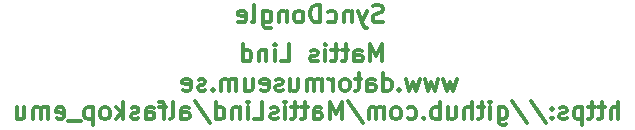
<source format=gbr>
G04 #@! TF.GenerationSoftware,KiCad,Pcbnew,5.0.2-bee76a0~70~ubuntu16.04.1*
G04 #@! TF.CreationDate,2022-01-23T08:06:22+01:00*
G04 #@! TF.ProjectId,SyncDongle,53796e63-446f-46e6-976c-652e6b696361,rev?*
G04 #@! TF.SameCoordinates,Original*
G04 #@! TF.FileFunction,Legend,Bot*
G04 #@! TF.FilePolarity,Positive*
%FSLAX46Y46*%
G04 Gerber Fmt 4.6, Leading zero omitted, Abs format (unit mm)*
G04 Created by KiCad (PCBNEW 5.0.2-bee76a0~70~ubuntu16.04.1) date sön 23 jan 2022 08:06:22*
%MOMM*%
%LPD*%
G01*
G04 APERTURE LIST*
%ADD10C,0.300000*%
G04 APERTURE END LIST*
D10*
X177102285Y-80180571D02*
X177102285Y-78680571D01*
X176459428Y-80180571D02*
X176459428Y-79394857D01*
X176530857Y-79252000D01*
X176673714Y-79180571D01*
X176888000Y-79180571D01*
X177030857Y-79252000D01*
X177102285Y-79323428D01*
X175959428Y-79180571D02*
X175388000Y-79180571D01*
X175745142Y-78680571D02*
X175745142Y-79966285D01*
X175673714Y-80109142D01*
X175530857Y-80180571D01*
X175388000Y-80180571D01*
X175102285Y-79180571D02*
X174530857Y-79180571D01*
X174888000Y-78680571D02*
X174888000Y-79966285D01*
X174816571Y-80109142D01*
X174673714Y-80180571D01*
X174530857Y-80180571D01*
X174030857Y-79180571D02*
X174030857Y-80680571D01*
X174030857Y-79252000D02*
X173888000Y-79180571D01*
X173602285Y-79180571D01*
X173459428Y-79252000D01*
X173388000Y-79323428D01*
X173316571Y-79466285D01*
X173316571Y-79894857D01*
X173388000Y-80037714D01*
X173459428Y-80109142D01*
X173602285Y-80180571D01*
X173888000Y-80180571D01*
X174030857Y-80109142D01*
X172745142Y-80109142D02*
X172602285Y-80180571D01*
X172316571Y-80180571D01*
X172173714Y-80109142D01*
X172102285Y-79966285D01*
X172102285Y-79894857D01*
X172173714Y-79752000D01*
X172316571Y-79680571D01*
X172530857Y-79680571D01*
X172673714Y-79609142D01*
X172745142Y-79466285D01*
X172745142Y-79394857D01*
X172673714Y-79252000D01*
X172530857Y-79180571D01*
X172316571Y-79180571D01*
X172173714Y-79252000D01*
X171459428Y-80037714D02*
X171388000Y-80109142D01*
X171459428Y-80180571D01*
X171530857Y-80109142D01*
X171459428Y-80037714D01*
X171459428Y-80180571D01*
X171459428Y-79252000D02*
X171388000Y-79323428D01*
X171459428Y-79394857D01*
X171530857Y-79323428D01*
X171459428Y-79252000D01*
X171459428Y-79394857D01*
X169673714Y-78609142D02*
X170959428Y-80537714D01*
X168102285Y-78609142D02*
X169388000Y-80537714D01*
X166959428Y-79180571D02*
X166959428Y-80394857D01*
X167030857Y-80537714D01*
X167102285Y-80609142D01*
X167245142Y-80680571D01*
X167459428Y-80680571D01*
X167602285Y-80609142D01*
X166959428Y-80109142D02*
X167102285Y-80180571D01*
X167388000Y-80180571D01*
X167530857Y-80109142D01*
X167602285Y-80037714D01*
X167673714Y-79894857D01*
X167673714Y-79466285D01*
X167602285Y-79323428D01*
X167530857Y-79252000D01*
X167388000Y-79180571D01*
X167102285Y-79180571D01*
X166959428Y-79252000D01*
X166245142Y-80180571D02*
X166245142Y-79180571D01*
X166245142Y-78680571D02*
X166316571Y-78752000D01*
X166245142Y-78823428D01*
X166173714Y-78752000D01*
X166245142Y-78680571D01*
X166245142Y-78823428D01*
X165745142Y-79180571D02*
X165173714Y-79180571D01*
X165530857Y-78680571D02*
X165530857Y-79966285D01*
X165459428Y-80109142D01*
X165316571Y-80180571D01*
X165173714Y-80180571D01*
X164673714Y-80180571D02*
X164673714Y-78680571D01*
X164030857Y-80180571D02*
X164030857Y-79394857D01*
X164102285Y-79252000D01*
X164245142Y-79180571D01*
X164459428Y-79180571D01*
X164602285Y-79252000D01*
X164673714Y-79323428D01*
X162673714Y-79180571D02*
X162673714Y-80180571D01*
X163316571Y-79180571D02*
X163316571Y-79966285D01*
X163245142Y-80109142D01*
X163102285Y-80180571D01*
X162888000Y-80180571D01*
X162745142Y-80109142D01*
X162673714Y-80037714D01*
X161959428Y-80180571D02*
X161959428Y-78680571D01*
X161959428Y-79252000D02*
X161816571Y-79180571D01*
X161530857Y-79180571D01*
X161388000Y-79252000D01*
X161316571Y-79323428D01*
X161245142Y-79466285D01*
X161245142Y-79894857D01*
X161316571Y-80037714D01*
X161388000Y-80109142D01*
X161530857Y-80180571D01*
X161816571Y-80180571D01*
X161959428Y-80109142D01*
X160602285Y-80037714D02*
X160530857Y-80109142D01*
X160602285Y-80180571D01*
X160673714Y-80109142D01*
X160602285Y-80037714D01*
X160602285Y-80180571D01*
X159245142Y-80109142D02*
X159387999Y-80180571D01*
X159673714Y-80180571D01*
X159816571Y-80109142D01*
X159887999Y-80037714D01*
X159959428Y-79894857D01*
X159959428Y-79466285D01*
X159887999Y-79323428D01*
X159816571Y-79252000D01*
X159673714Y-79180571D01*
X159387999Y-79180571D01*
X159245142Y-79252000D01*
X158387999Y-80180571D02*
X158530857Y-80109142D01*
X158602285Y-80037714D01*
X158673714Y-79894857D01*
X158673714Y-79466285D01*
X158602285Y-79323428D01*
X158530857Y-79252000D01*
X158387999Y-79180571D01*
X158173714Y-79180571D01*
X158030857Y-79252000D01*
X157959428Y-79323428D01*
X157887999Y-79466285D01*
X157887999Y-79894857D01*
X157959428Y-80037714D01*
X158030857Y-80109142D01*
X158173714Y-80180571D01*
X158387999Y-80180571D01*
X157245142Y-80180571D02*
X157245142Y-79180571D01*
X157245142Y-79323428D02*
X157173714Y-79252000D01*
X157030857Y-79180571D01*
X156816571Y-79180571D01*
X156673714Y-79252000D01*
X156602285Y-79394857D01*
X156602285Y-80180571D01*
X156602285Y-79394857D02*
X156530857Y-79252000D01*
X156387999Y-79180571D01*
X156173714Y-79180571D01*
X156030857Y-79252000D01*
X155959428Y-79394857D01*
X155959428Y-80180571D01*
X154173714Y-78609142D02*
X155459428Y-80537714D01*
X153673714Y-80180571D02*
X153673714Y-78680571D01*
X153173714Y-79752000D01*
X152673714Y-78680571D01*
X152673714Y-80180571D01*
X151316571Y-80180571D02*
X151316571Y-79394857D01*
X151387999Y-79252000D01*
X151530857Y-79180571D01*
X151816571Y-79180571D01*
X151959428Y-79252000D01*
X151316571Y-80109142D02*
X151459428Y-80180571D01*
X151816571Y-80180571D01*
X151959428Y-80109142D01*
X152030857Y-79966285D01*
X152030857Y-79823428D01*
X151959428Y-79680571D01*
X151816571Y-79609142D01*
X151459428Y-79609142D01*
X151316571Y-79537714D01*
X150816571Y-79180571D02*
X150245142Y-79180571D01*
X150602285Y-78680571D02*
X150602285Y-79966285D01*
X150530857Y-80109142D01*
X150387999Y-80180571D01*
X150245142Y-80180571D01*
X149959428Y-79180571D02*
X149387999Y-79180571D01*
X149745142Y-78680571D02*
X149745142Y-79966285D01*
X149673714Y-80109142D01*
X149530857Y-80180571D01*
X149387999Y-80180571D01*
X148887999Y-80180571D02*
X148887999Y-79180571D01*
X148887999Y-78680571D02*
X148959428Y-78752000D01*
X148887999Y-78823428D01*
X148816571Y-78752000D01*
X148887999Y-78680571D01*
X148887999Y-78823428D01*
X148245142Y-80109142D02*
X148102285Y-80180571D01*
X147816571Y-80180571D01*
X147673714Y-80109142D01*
X147602285Y-79966285D01*
X147602285Y-79894857D01*
X147673714Y-79752000D01*
X147816571Y-79680571D01*
X148030857Y-79680571D01*
X148173714Y-79609142D01*
X148245142Y-79466285D01*
X148245142Y-79394857D01*
X148173714Y-79252000D01*
X148030857Y-79180571D01*
X147816571Y-79180571D01*
X147673714Y-79252000D01*
X146245142Y-80180571D02*
X146959428Y-80180571D01*
X146959428Y-78680571D01*
X145745142Y-80180571D02*
X145745142Y-79180571D01*
X145745142Y-78680571D02*
X145816571Y-78752000D01*
X145745142Y-78823428D01*
X145673714Y-78752000D01*
X145745142Y-78680571D01*
X145745142Y-78823428D01*
X145030857Y-79180571D02*
X145030857Y-80180571D01*
X145030857Y-79323428D02*
X144959428Y-79252000D01*
X144816571Y-79180571D01*
X144602285Y-79180571D01*
X144459428Y-79252000D01*
X144387999Y-79394857D01*
X144387999Y-80180571D01*
X143030857Y-80180571D02*
X143030857Y-78680571D01*
X143030857Y-80109142D02*
X143173714Y-80180571D01*
X143459428Y-80180571D01*
X143602285Y-80109142D01*
X143673714Y-80037714D01*
X143745142Y-79894857D01*
X143745142Y-79466285D01*
X143673714Y-79323428D01*
X143602285Y-79252000D01*
X143459428Y-79180571D01*
X143173714Y-79180571D01*
X143030857Y-79252000D01*
X141245142Y-78609142D02*
X142530857Y-80537714D01*
X140102285Y-80180571D02*
X140102285Y-79394857D01*
X140173714Y-79252000D01*
X140316571Y-79180571D01*
X140602285Y-79180571D01*
X140745142Y-79252000D01*
X140102285Y-80109142D02*
X140245142Y-80180571D01*
X140602285Y-80180571D01*
X140745142Y-80109142D01*
X140816571Y-79966285D01*
X140816571Y-79823428D01*
X140745142Y-79680571D01*
X140602285Y-79609142D01*
X140245142Y-79609142D01*
X140102285Y-79537714D01*
X139173714Y-80180571D02*
X139316571Y-80109142D01*
X139387999Y-79966285D01*
X139387999Y-78680571D01*
X138816571Y-79180571D02*
X138245142Y-79180571D01*
X138602285Y-80180571D02*
X138602285Y-78894857D01*
X138530857Y-78752000D01*
X138387999Y-78680571D01*
X138245142Y-78680571D01*
X137102285Y-80180571D02*
X137102285Y-79394857D01*
X137173714Y-79252000D01*
X137316571Y-79180571D01*
X137602285Y-79180571D01*
X137745142Y-79252000D01*
X137102285Y-80109142D02*
X137245142Y-80180571D01*
X137602285Y-80180571D01*
X137745142Y-80109142D01*
X137816571Y-79966285D01*
X137816571Y-79823428D01*
X137745142Y-79680571D01*
X137602285Y-79609142D01*
X137245142Y-79609142D01*
X137102285Y-79537714D01*
X136459428Y-80109142D02*
X136316571Y-80180571D01*
X136030857Y-80180571D01*
X135887999Y-80109142D01*
X135816571Y-79966285D01*
X135816571Y-79894857D01*
X135887999Y-79752000D01*
X136030857Y-79680571D01*
X136245142Y-79680571D01*
X136387999Y-79609142D01*
X136459428Y-79466285D01*
X136459428Y-79394857D01*
X136387999Y-79252000D01*
X136245142Y-79180571D01*
X136030857Y-79180571D01*
X135887999Y-79252000D01*
X135173714Y-80180571D02*
X135173714Y-78680571D01*
X135030857Y-79609142D02*
X134602285Y-80180571D01*
X134602285Y-79180571D02*
X135173714Y-79752000D01*
X133745142Y-80180571D02*
X133887999Y-80109142D01*
X133959428Y-80037714D01*
X134030857Y-79894857D01*
X134030857Y-79466285D01*
X133959428Y-79323428D01*
X133887999Y-79252000D01*
X133745142Y-79180571D01*
X133530857Y-79180571D01*
X133387999Y-79252000D01*
X133316571Y-79323428D01*
X133245142Y-79466285D01*
X133245142Y-79894857D01*
X133316571Y-80037714D01*
X133387999Y-80109142D01*
X133530857Y-80180571D01*
X133745142Y-80180571D01*
X132602285Y-79180571D02*
X132602285Y-80680571D01*
X132602285Y-79252000D02*
X132459428Y-79180571D01*
X132173714Y-79180571D01*
X132030857Y-79252000D01*
X131959428Y-79323428D01*
X131887999Y-79466285D01*
X131887999Y-79894857D01*
X131959428Y-80037714D01*
X132030857Y-80109142D01*
X132173714Y-80180571D01*
X132459428Y-80180571D01*
X132602285Y-80109142D01*
X131602285Y-80323428D02*
X130459428Y-80323428D01*
X129530857Y-80109142D02*
X129673714Y-80180571D01*
X129959428Y-80180571D01*
X130102285Y-80109142D01*
X130173714Y-79966285D01*
X130173714Y-79394857D01*
X130102285Y-79252000D01*
X129959428Y-79180571D01*
X129673714Y-79180571D01*
X129530857Y-79252000D01*
X129459428Y-79394857D01*
X129459428Y-79537714D01*
X130173714Y-79680571D01*
X128816571Y-80180571D02*
X128816571Y-79180571D01*
X128816571Y-79323428D02*
X128745142Y-79252000D01*
X128602285Y-79180571D01*
X128387999Y-79180571D01*
X128245142Y-79252000D01*
X128173714Y-79394857D01*
X128173714Y-80180571D01*
X128173714Y-79394857D02*
X128102285Y-79252000D01*
X127959428Y-79180571D01*
X127745142Y-79180571D01*
X127602285Y-79252000D01*
X127530857Y-79394857D01*
X127530857Y-80180571D01*
X126173714Y-79180571D02*
X126173714Y-80180571D01*
X126816571Y-79180571D02*
X126816571Y-79966285D01*
X126745142Y-80109142D01*
X126602285Y-80180571D01*
X126387999Y-80180571D01*
X126245142Y-80109142D01*
X126173714Y-80037714D01*
X163407857Y-76767571D02*
X163122142Y-77767571D01*
X162836428Y-77053285D01*
X162550714Y-77767571D01*
X162265000Y-76767571D01*
X161836428Y-76767571D02*
X161550714Y-77767571D01*
X161265000Y-77053285D01*
X160979285Y-77767571D01*
X160693571Y-76767571D01*
X160265000Y-76767571D02*
X159979285Y-77767571D01*
X159693571Y-77053285D01*
X159407857Y-77767571D01*
X159122142Y-76767571D01*
X158550714Y-77624714D02*
X158479285Y-77696142D01*
X158550714Y-77767571D01*
X158622142Y-77696142D01*
X158550714Y-77624714D01*
X158550714Y-77767571D01*
X157193571Y-77767571D02*
X157193571Y-76267571D01*
X157193571Y-77696142D02*
X157336428Y-77767571D01*
X157622142Y-77767571D01*
X157765000Y-77696142D01*
X157836428Y-77624714D01*
X157907857Y-77481857D01*
X157907857Y-77053285D01*
X157836428Y-76910428D01*
X157765000Y-76839000D01*
X157622142Y-76767571D01*
X157336428Y-76767571D01*
X157193571Y-76839000D01*
X155836428Y-77767571D02*
X155836428Y-76981857D01*
X155907857Y-76839000D01*
X156050714Y-76767571D01*
X156336428Y-76767571D01*
X156479285Y-76839000D01*
X155836428Y-77696142D02*
X155979285Y-77767571D01*
X156336428Y-77767571D01*
X156479285Y-77696142D01*
X156550714Y-77553285D01*
X156550714Y-77410428D01*
X156479285Y-77267571D01*
X156336428Y-77196142D01*
X155979285Y-77196142D01*
X155836428Y-77124714D01*
X155336428Y-76767571D02*
X154765000Y-76767571D01*
X155122142Y-76267571D02*
X155122142Y-77553285D01*
X155050714Y-77696142D01*
X154907857Y-77767571D01*
X154765000Y-77767571D01*
X154050714Y-77767571D02*
X154193571Y-77696142D01*
X154265000Y-77624714D01*
X154336428Y-77481857D01*
X154336428Y-77053285D01*
X154265000Y-76910428D01*
X154193571Y-76839000D01*
X154050714Y-76767571D01*
X153836428Y-76767571D01*
X153693571Y-76839000D01*
X153622142Y-76910428D01*
X153550714Y-77053285D01*
X153550714Y-77481857D01*
X153622142Y-77624714D01*
X153693571Y-77696142D01*
X153836428Y-77767571D01*
X154050714Y-77767571D01*
X152907857Y-77767571D02*
X152907857Y-76767571D01*
X152907857Y-77053285D02*
X152836428Y-76910428D01*
X152765000Y-76839000D01*
X152622142Y-76767571D01*
X152479285Y-76767571D01*
X151979285Y-77767571D02*
X151979285Y-76767571D01*
X151979285Y-76910428D02*
X151907857Y-76839000D01*
X151765000Y-76767571D01*
X151550714Y-76767571D01*
X151407857Y-76839000D01*
X151336428Y-76981857D01*
X151336428Y-77767571D01*
X151336428Y-76981857D02*
X151265000Y-76839000D01*
X151122142Y-76767571D01*
X150907857Y-76767571D01*
X150765000Y-76839000D01*
X150693571Y-76981857D01*
X150693571Y-77767571D01*
X149336428Y-76767571D02*
X149336428Y-77767571D01*
X149979285Y-76767571D02*
X149979285Y-77553285D01*
X149907857Y-77696142D01*
X149765000Y-77767571D01*
X149550714Y-77767571D01*
X149407857Y-77696142D01*
X149336428Y-77624714D01*
X148693571Y-77696142D02*
X148550714Y-77767571D01*
X148265000Y-77767571D01*
X148122142Y-77696142D01*
X148050714Y-77553285D01*
X148050714Y-77481857D01*
X148122142Y-77339000D01*
X148265000Y-77267571D01*
X148479285Y-77267571D01*
X148622142Y-77196142D01*
X148693571Y-77053285D01*
X148693571Y-76981857D01*
X148622142Y-76839000D01*
X148479285Y-76767571D01*
X148265000Y-76767571D01*
X148122142Y-76839000D01*
X146836428Y-77696142D02*
X146979285Y-77767571D01*
X147265000Y-77767571D01*
X147407857Y-77696142D01*
X147479285Y-77553285D01*
X147479285Y-76981857D01*
X147407857Y-76839000D01*
X147265000Y-76767571D01*
X146979285Y-76767571D01*
X146836428Y-76839000D01*
X146765000Y-76981857D01*
X146765000Y-77124714D01*
X147479285Y-77267571D01*
X145479285Y-76767571D02*
X145479285Y-77767571D01*
X146122142Y-76767571D02*
X146122142Y-77553285D01*
X146050714Y-77696142D01*
X145907857Y-77767571D01*
X145693571Y-77767571D01*
X145550714Y-77696142D01*
X145479285Y-77624714D01*
X144765000Y-77767571D02*
X144765000Y-76767571D01*
X144765000Y-76910428D02*
X144693571Y-76839000D01*
X144550714Y-76767571D01*
X144336428Y-76767571D01*
X144193571Y-76839000D01*
X144122142Y-76981857D01*
X144122142Y-77767571D01*
X144122142Y-76981857D02*
X144050714Y-76839000D01*
X143907857Y-76767571D01*
X143693571Y-76767571D01*
X143550714Y-76839000D01*
X143479285Y-76981857D01*
X143479285Y-77767571D01*
X142765000Y-77624714D02*
X142693571Y-77696142D01*
X142765000Y-77767571D01*
X142836428Y-77696142D01*
X142765000Y-77624714D01*
X142765000Y-77767571D01*
X142122142Y-77696142D02*
X141979285Y-77767571D01*
X141693571Y-77767571D01*
X141550714Y-77696142D01*
X141479285Y-77553285D01*
X141479285Y-77481857D01*
X141550714Y-77339000D01*
X141693571Y-77267571D01*
X141907857Y-77267571D01*
X142050714Y-77196142D01*
X142122142Y-77053285D01*
X142122142Y-76981857D01*
X142050714Y-76839000D01*
X141907857Y-76767571D01*
X141693571Y-76767571D01*
X141550714Y-76839000D01*
X140265000Y-77696142D02*
X140407857Y-77767571D01*
X140693571Y-77767571D01*
X140836428Y-77696142D01*
X140907857Y-77553285D01*
X140907857Y-76981857D01*
X140836428Y-76839000D01*
X140693571Y-76767571D01*
X140407857Y-76767571D01*
X140265000Y-76839000D01*
X140193571Y-76981857D01*
X140193571Y-77124714D01*
X140907857Y-77267571D01*
X157086357Y-75291071D02*
X157086357Y-73791071D01*
X156586357Y-74862500D01*
X156086357Y-73791071D01*
X156086357Y-75291071D01*
X154729214Y-75291071D02*
X154729214Y-74505357D01*
X154800642Y-74362500D01*
X154943500Y-74291071D01*
X155229214Y-74291071D01*
X155372071Y-74362500D01*
X154729214Y-75219642D02*
X154872071Y-75291071D01*
X155229214Y-75291071D01*
X155372071Y-75219642D01*
X155443500Y-75076785D01*
X155443500Y-74933928D01*
X155372071Y-74791071D01*
X155229214Y-74719642D01*
X154872071Y-74719642D01*
X154729214Y-74648214D01*
X154229214Y-74291071D02*
X153657785Y-74291071D01*
X154014928Y-73791071D02*
X154014928Y-75076785D01*
X153943500Y-75219642D01*
X153800642Y-75291071D01*
X153657785Y-75291071D01*
X153372071Y-74291071D02*
X152800642Y-74291071D01*
X153157785Y-73791071D02*
X153157785Y-75076785D01*
X153086357Y-75219642D01*
X152943500Y-75291071D01*
X152800642Y-75291071D01*
X152300642Y-75291071D02*
X152300642Y-74291071D01*
X152300642Y-73791071D02*
X152372071Y-73862500D01*
X152300642Y-73933928D01*
X152229214Y-73862500D01*
X152300642Y-73791071D01*
X152300642Y-73933928D01*
X151657785Y-75219642D02*
X151514928Y-75291071D01*
X151229214Y-75291071D01*
X151086357Y-75219642D01*
X151014928Y-75076785D01*
X151014928Y-75005357D01*
X151086357Y-74862500D01*
X151229214Y-74791071D01*
X151443500Y-74791071D01*
X151586357Y-74719642D01*
X151657785Y-74576785D01*
X151657785Y-74505357D01*
X151586357Y-74362500D01*
X151443500Y-74291071D01*
X151229214Y-74291071D01*
X151086357Y-74362500D01*
X148514928Y-75291071D02*
X149229214Y-75291071D01*
X149229214Y-73791071D01*
X148014928Y-75291071D02*
X148014928Y-74291071D01*
X148014928Y-73791071D02*
X148086357Y-73862500D01*
X148014928Y-73933928D01*
X147943500Y-73862500D01*
X148014928Y-73791071D01*
X148014928Y-73933928D01*
X147300642Y-74291071D02*
X147300642Y-75291071D01*
X147300642Y-74433928D02*
X147229214Y-74362500D01*
X147086357Y-74291071D01*
X146872071Y-74291071D01*
X146729214Y-74362500D01*
X146657785Y-74505357D01*
X146657785Y-75291071D01*
X145300642Y-75291071D02*
X145300642Y-73791071D01*
X145300642Y-75219642D02*
X145443500Y-75291071D01*
X145729214Y-75291071D01*
X145872071Y-75219642D01*
X145943500Y-75148214D01*
X146014928Y-75005357D01*
X146014928Y-74576785D01*
X145943500Y-74433928D01*
X145872071Y-74362500D01*
X145729214Y-74291071D01*
X145443500Y-74291071D01*
X145300642Y-74362500D01*
X157145857Y-71917642D02*
X156931571Y-71989071D01*
X156574428Y-71989071D01*
X156431571Y-71917642D01*
X156360142Y-71846214D01*
X156288714Y-71703357D01*
X156288714Y-71560500D01*
X156360142Y-71417642D01*
X156431571Y-71346214D01*
X156574428Y-71274785D01*
X156860142Y-71203357D01*
X157003000Y-71131928D01*
X157074428Y-71060500D01*
X157145857Y-70917642D01*
X157145857Y-70774785D01*
X157074428Y-70631928D01*
X157003000Y-70560500D01*
X156860142Y-70489071D01*
X156503000Y-70489071D01*
X156288714Y-70560500D01*
X155788714Y-70989071D02*
X155431571Y-71989071D01*
X155074428Y-70989071D02*
X155431571Y-71989071D01*
X155574428Y-72346214D01*
X155645857Y-72417642D01*
X155788714Y-72489071D01*
X154503000Y-70989071D02*
X154503000Y-71989071D01*
X154503000Y-71131928D02*
X154431571Y-71060500D01*
X154288714Y-70989071D01*
X154074428Y-70989071D01*
X153931571Y-71060500D01*
X153860142Y-71203357D01*
X153860142Y-71989071D01*
X152503000Y-71917642D02*
X152645857Y-71989071D01*
X152931571Y-71989071D01*
X153074428Y-71917642D01*
X153145857Y-71846214D01*
X153217285Y-71703357D01*
X153217285Y-71274785D01*
X153145857Y-71131928D01*
X153074428Y-71060500D01*
X152931571Y-70989071D01*
X152645857Y-70989071D01*
X152503000Y-71060500D01*
X151860142Y-71989071D02*
X151860142Y-70489071D01*
X151503000Y-70489071D01*
X151288714Y-70560500D01*
X151145857Y-70703357D01*
X151074428Y-70846214D01*
X151003000Y-71131928D01*
X151003000Y-71346214D01*
X151074428Y-71631928D01*
X151145857Y-71774785D01*
X151288714Y-71917642D01*
X151503000Y-71989071D01*
X151860142Y-71989071D01*
X150145857Y-71989071D02*
X150288714Y-71917642D01*
X150360142Y-71846214D01*
X150431571Y-71703357D01*
X150431571Y-71274785D01*
X150360142Y-71131928D01*
X150288714Y-71060500D01*
X150145857Y-70989071D01*
X149931571Y-70989071D01*
X149788714Y-71060500D01*
X149717285Y-71131928D01*
X149645857Y-71274785D01*
X149645857Y-71703357D01*
X149717285Y-71846214D01*
X149788714Y-71917642D01*
X149931571Y-71989071D01*
X150145857Y-71989071D01*
X149003000Y-70989071D02*
X149003000Y-71989071D01*
X149003000Y-71131928D02*
X148931571Y-71060500D01*
X148788714Y-70989071D01*
X148574428Y-70989071D01*
X148431571Y-71060500D01*
X148360142Y-71203357D01*
X148360142Y-71989071D01*
X147003000Y-70989071D02*
X147003000Y-72203357D01*
X147074428Y-72346214D01*
X147145857Y-72417642D01*
X147288714Y-72489071D01*
X147503000Y-72489071D01*
X147645857Y-72417642D01*
X147003000Y-71917642D02*
X147145857Y-71989071D01*
X147431571Y-71989071D01*
X147574428Y-71917642D01*
X147645857Y-71846214D01*
X147717285Y-71703357D01*
X147717285Y-71274785D01*
X147645857Y-71131928D01*
X147574428Y-71060500D01*
X147431571Y-70989071D01*
X147145857Y-70989071D01*
X147003000Y-71060500D01*
X146074428Y-71989071D02*
X146217285Y-71917642D01*
X146288714Y-71774785D01*
X146288714Y-70489071D01*
X144931571Y-71917642D02*
X145074428Y-71989071D01*
X145360142Y-71989071D01*
X145503000Y-71917642D01*
X145574428Y-71774785D01*
X145574428Y-71203357D01*
X145503000Y-71060500D01*
X145360142Y-70989071D01*
X145074428Y-70989071D01*
X144931571Y-71060500D01*
X144860142Y-71203357D01*
X144860142Y-71346214D01*
X145574428Y-71489071D01*
M02*

</source>
